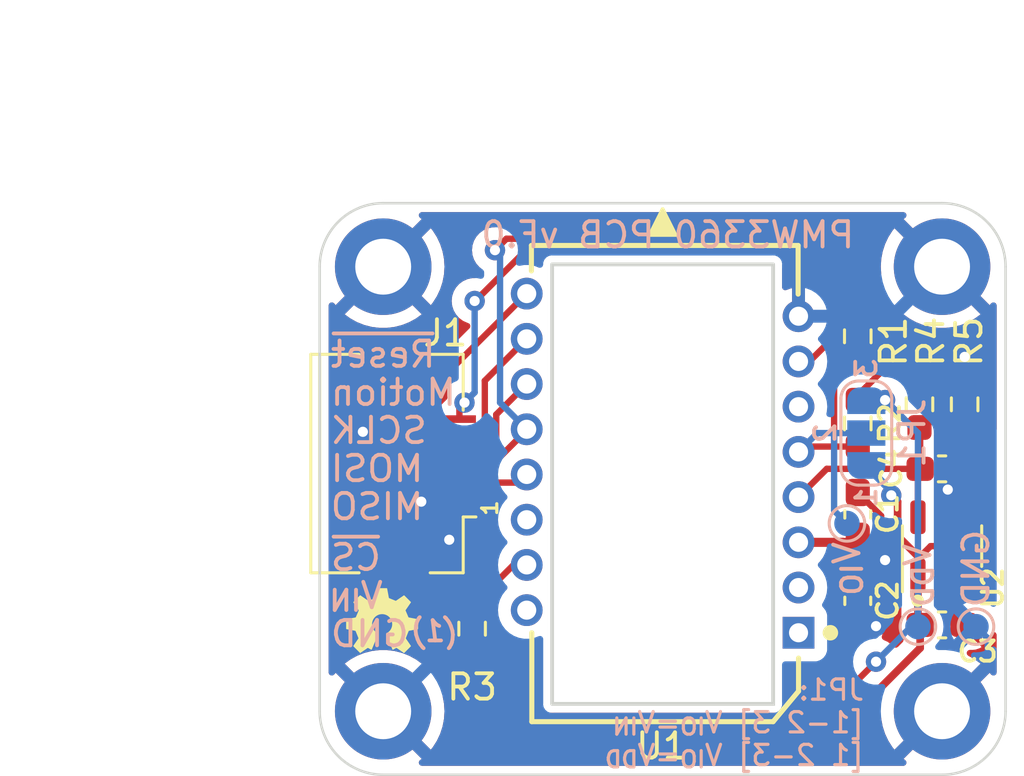
<source format=kicad_pcb>
(kicad_pcb (version 20221018) (generator pcbnew)
  (title_block (title "PMW3360 PCB") (date "2023-06-29") (rev "F.0") (company "SideraKB") (comment 1 "Open Source Hardware, CERN-OHL-P v2") (comment 2 "PMW3360DM-T2QU optical mouse sensor breakout board") (comment 3 "FFC/FPC Connector"))
  (layers (0 "F.Cu" signal) (31 "B.Cu" signal) (34 "B.Paste" user) (35 "F.Paste" user) (36 "B.SilkS" user "B.Silkscreen") (37 "F.SilkS" user "F.Silkscreen") (38 "B.Mask" user) (39 "F.Mask" user) (44 "Edge.Cuts" user))
  (net 0 "")
  (net 1 "Net-(U1-VDDPIX)")
  (net 2 "GND")
  (net 3 "/MISO")
  (net 4 "/CS")
  (net 5 "/MOSI")
  (net 6 "/SCLK")
  (net 7 "/MOTION")
  (net 8 "/RESET")
  (net 9 "VDD")
  (net 10 "V_{IN}")
  (net 11 "V_{IO}")
  (net 12 "Net-(U1-LED_P)")
  (net 13 "Net-(U2-FB)")
  (footprint "Resistor_SMD:R_0603_1608Metric_Pad0.98x0.95mm_HandSolder" (layer "F.Cu") (at 156.321 89.4923 90)
    (fp_text reference "R2" (at 0.005421 1.259207 90) (layer "F.SilkS") (effects (font (size 0.8 0.8))))
    (fp_text value "10k")
    (pad "1" smd roundrect (at -0.9125 0 90) (size 0.975 0.95) (layers "F.Cu" "F.Paste" "F.Mask") (net 11 "V_{IO}"))
    (pad "2" smd roundrect (at 0.9125 0 90) (size 0.975 0.95) (layers "F.Cu" "F.Paste" "F.Mask") (net 3 "/MISO"))
  )
  (footprint "Resistor_SMD:R_0603_1608Metric_Pad0.98x0.95mm_HandSolder" (layer "F.Cu") (at 158.75 88.7413 90)
    (fp_text reference "R4" (at 2.4675 0.447 90) (layer "F.SilkS"))
    (fp_text value "28k")
    (pad "1" smd roundrect (at -0.9125 0 90) (size 0.975 0.95) (layers "F.Cu" "F.Paste" "F.Mask") (net 9 "VDD"))
    (pad "2" smd roundrect (at 0.9125 0 90) (size 0.975 0.95) (layers "F.Cu" "F.Paste" "F.Mask") (net 13 "Net-(U2-FB)"))
  )
  (footprint "PMW3360_PCB:PMW3360DM-T2QU 16Pin" (layer "F.Cu") (at 148.639 91.5658 90)
    (fp_text reference "U1" (at -10.63 -0.038) (layer "F.SilkS"))
    (fp_text value "PMW3360DM-T2QU")
    (fp_rect (start -8.968 4.35) (end 8.332 -4.35) (stroke (width 0.15)) (fill none) (layer "Edge.Cuts"))
    (pad "1" thru_hole rect locked (at -6.168 5.35 90) (size 1.25 1.25) (drill 0.75) (layers "*.Cu" "*.Mask"))
    (pad "2" thru_hole oval locked (at -4.388 5.35 90) (size 1.25 1.25) (drill 0.75) (layers "*.Cu" "*.Mask"))
    (pad "3" thru_hole oval locked (at -2.608 5.35 90) (size 1.25 1.25) (drill 0.75) (layers "*.Cu" "*.Mask") (net 1 "Net-(U1-VDDPIX)"))
    (pad "4" thru_hole oval locked (at -0.828 5.35 90) (size 1.25 1.25) (drill 0.75) (layers "*.Cu" "*.Mask") (net 9 "VDD"))
    (pad "5" thru_hole oval locked (at 0.952 5.35 90) (size 1.25 1.25) (drill 0.75) (layers "*.Cu" "*.Mask") (net 11 "V_{IO}"))
    (pad "6" thru_hole oval locked (at 2.732 5.35 90) (size 1.25 1.25) (drill 0.75) (layers "*.Cu" "*.Mask"))
    (pad "7" thru_hole oval locked (at 4.512 5.35 90) (size 1.25 1.25) (drill 0.75) (layers "*.Cu" "*.Mask") (net 8 "/RESET"))
    (pad "8" thru_hole oval locked (at 6.292 5.35 90) (size 1.25 1.25) (drill 0.75) (layers "*.Cu" "*.Mask") (net 2 "GND"))
    (pad "9" thru_hole oval locked (at 7.182 -5.35 90) (size 1.25 1.25) (drill 0.75) (layers "*.Cu" "*.Mask") (net 7 "/MOTION"))
    (pad "10" thru_hole oval locked (at 5.402 -5.35 90) (size 1.25 1.25) (drill 0.75) (layers "*.Cu" "*.Mask") (net 6 "/SCLK"))
    (pad "11" thru_hole oval locked (at 3.622 -5.35 90) (size 1.25 1.25) (drill 0.75) (layers "*.Cu" "*.Mask") (net 5 "/MOSI"))
    (pad "12" thru_hole oval locked (at 1.842 -5.35 90) (size 1.25 1.25) (drill 0.75) (layers "*.Cu" "*.Mask") (net 3 "/MISO"))
    (pad "13" thru_hole oval locked (at 0.062 -5.35 90) (size 1.25 1.25) (drill 0.75) (layers "*.Cu" "*.Mask") (net 4 "/CS"))
    (pad "14" thru_hole oval locked (at -1.718 -5.35 90) (size 1.25 1.25) (drill 0.75) (layers "*.Cu" "*.Mask"))
    (pad "15" thru_hole oval locked (at -3.498 -5.35 90) (size 1.25 1.25) (drill 0.75) (layers "*.Cu" "*.Mask") (net 12 "Net-(U1-LED_P)"))
    (pad "16" thru_hole oval locked (at -5.278 -5.35 90) (size 1.25 1.25) (drill 0.75) (layers "*.Cu" "*.Mask"))
    (zone (net 0) (net_name "") (layers "*.Cu" "F.CrtYd") (connect_pads (clearance 0)) (min_thickness 0.254)
      (keepout (tracks not_allowed) (vias not_allowed) (pads not_allowed) (copperpour not_allowed) (footprints not_allowed))
      (fill (thermal_gap 0.508) (thermal_bridge_width 0.508))
      (polygon (pts (xy 153.0078 83.2346) (xy 152.957 100.5574) (xy 144.2702 100.5574) (xy 144.2702 83.2346)))
    )
  )
  (footprint "MountingHole:MountingHole_2.2mm_M2_ISO14580_Pad" (layer "F.Cu") (at 137.639 100.8238)
    (fp_text reference "H1" hide)
    (fp_text value "MountingHole_Pad" hide)
    (pad "1" thru_hole circle locked (at 0 0) (size 3.8 3.8) (drill 2.2) (layers "*.Cu" "*.Mask") (net 2 "GND"))
  )
  (footprint "Resistor_SMD:R_0603_1608Metric_Pad0.98x0.95mm_HandSolder" (layer "F.Cu") (at 156.321 86.0633 90)
    (fp_text reference "R1" (at -0.2105 1.4028 90) (layer "F.SilkS"))
    (fp_text value "10k")
    (pad "1" smd roundrect (at -0.9125 0 90) (size 0.975 0.95) (layers "F.Cu" "F.Paste" "F.Mask") (net 11 "V_{IO}"))
    (pad "2" smd roundrect (at 0.9125 0 90) (size 0.975 0.95) (layers "F.Cu" "F.Paste" "F.Mask") (net 8 "/RESET"))
  )
  (footprint "PMW3360_PCB:FPC_8P_0.5mm_AFC01-S08FCA-00" (layer "F.Cu") (at 137.639 91.0738 90)
    (fp_text reference "J1" (at 5.138 2.449 unlocked) (layer "F.SilkS"))
    (fp_text value "Interface")
    (pad "1" smd rect (at -1.75 3 90) (size 0.3 1.3) (layers "F.Cu" "F.Paste" "F.Mask") (net 2 "GND"))
    (pad "2" smd rect (at -1.25 3 90) (size 0.3 1.3) (layers "F.Cu" "F.Paste" "F.Mask") (net 10 "V_{IN}"))
    (pad "3" smd rect (at -0.75 3 90) (size 0.3 1.3) (layers "F.Cu" "F.Paste" "F.Mask") (net 4 "/CS"))
    (pad "4" smd rect (at -0.25 3 90) (size 0.3 1.3) (layers "F.Cu" "F.Paste" "F.Mask") (net 3 "/MISO"))
    (pad "5" smd rect (at 0.25 3 90) (size 0.3 1.3) (layers "F.Cu" "F.Paste" "F.Mask") (net 5 "/MOSI"))
    (pad "6" smd rect (at 0.75 3 90) (size 0.3 1.3) (layers "F.Cu" "F.Paste" "F.Mask") (net 6 "/SCLK"))
    (pad "7" smd rect (at 1.25 3 90) (size 0.3 1.3) (layers "F.Cu" "F.Paste" "F.Mask") (net 7 "/MOTION"))
    (pad "8" smd rect (at 1.75 3 90) (size 0.3 1.3) (layers "F.Cu" "F.Paste" "F.Mask") (net 8 "/RESET"))
    (pad "EP" smd rect (at -3.42 0.425 90) (size 2.04 2.5) (layers "F.Cu" "F.Paste" "F.Mask"))
    (pad "EP" smd rect (at 3.42 0.425 90) (size 2.04 2.5) (layers "F.Cu" "F.Paste" "F.Mask"))
  )
  (footprint "MountingHole:MountingHole_2.2mm_M2_ISO14580_Pad" (layer "F.Cu") (at 159.639 100.8238)
    (fp_text reference "H2" hide)
    (fp_text value "MountingHole_Pad" hide)
    (pad "1" thru_hole circle locked (at 0 0) (size 3.8 3.8) (drill 2.2) (layers "*.Cu" "*.Mask") (net 2 "GND"))
  )
  (footprint "Resistor_SMD:R_0603_1608Metric_Pad0.98x0.95mm_HandSolder" (layer "F.Cu") (at 141.139 97.5738 90)
    (fp_text reference "R3" (at -2.3 0) (layer "F.SilkS"))
    (fp_text value "39R")
    (pad "1" smd roundrect (at -0.9125 0 90) (size 0.975 0.95) (layers "F.Cu" "F.Paste" "F.Mask") (net 9 "VDD"))
    (pad "2" smd roundrect (at 0.9125 0 90) (size 0.975 0.95) (layers "F.Cu" "F.Paste" "F.Mask") (net 12 "Net-(U1-LED_P)"))
  )
  (footprint "Capacitor_SMD:C_0603_1608Metric_Pad1.08x0.95mm_HandSolder" (layer "F.Cu") (at 159.639 91.2813)
    (fp_text reference "C4" (at -2 -0.0075 90) (layer "F.SilkS") (effects (font (size 0.8 0.8))))
    (fp_text value "4.7uF")
    (pad "1" smd roundrect (at -0.8625 0) (size 1.075 0.95) (layers "F.Cu" "F.Paste" "F.Mask") (net 9 "VDD"))
    (pad "2" smd roundrect (at 0.8625 0) (size 1.075 0.95) (layers "F.Cu" "F.Paste" "F.Mask") (net 2 "GND"))
  )
  (footprint "MountingHole:MountingHole_2.2mm_M2_ISO14580_Pad" (layer "F.Cu") (at 137.639 83.3238)
    (fp_text reference "H4" hide)
    (fp_text value "MountingHole_Pad" hide)
    (pad "1" thru_hole circle locked (at 0 0) (size 3.8 3.8) (drill 2.2) (layers "*.Cu" "*.Mask") (net 2 "GND"))
  )
  (footprint "MountingHole:MountingHole_2.2mm_M2_ISO14580_Pad" (layer "F.Cu") (at 159.639 83.3238)
    (fp_text reference "H3" hide)
    (fp_text value "MountingHole_Pad" hide)
    (pad "1" thru_hole circle locked (at 0 0) (size 3.8 3.8) (drill 2.2) (layers "*.Cu" "*.Mask") (net 2 "GND"))
  )
  (footprint "Capacitor_SMD:C_0603_1608Metric_Pad1.08x0.95mm_HandSolder" (layer "F.Cu") (at 159.639 97.4243)
    (fp_text reference "C3" (at 1.4 1.0495) (layer "F.SilkS") (effects (font (size 0.8 0.8))))
    (fp_text value "1uF")
    (pad "1" smd roundrect (at -0.8625 0) (size 1.075 0.95) (layers "F.Cu" "F.Paste" "F.Mask") (net 10 "V_{IN}") (clearance 0.135))
    (pad "2" smd roundrect (at 0.8625 0) (size 1.075 0.95) (layers "F.Cu" "F.Paste" "F.Mask") (net 2 "GND") (clearance 0.135))
  )
  (footprint "Capacitor_SMD:C_0603_1608Metric_Pad1.08x0.95mm_HandSolder" (layer "F.Cu") (at 156.321 96.4773 -90)
    (fp_text reference "C2" (at -0.009673 -1.176247 90) (layer "F.SilkS") (effects (font (size 0.8 0.8))))
    (fp_text value "100nF")
    (pad "1" smd roundrect (at -0.8625 0 270) (size 1.075 0.95) (layers "F.Cu" "F.Paste" "F.Mask") (net 1 "Net-(U1-VDDPIX)"))
    (pad "2" smd roundrect (at 0.8625 0 270) (size 1.075 0.95) (layers "F.Cu" "F.Paste" "F.Mask") (net 2 "GND"))
  )
  (footprint "Package_TO_SOT_SMD:SOT-23-5" (layer "F.Cu") (at 159.639 94.3238 90)
    (fp_text reference "U2" (at -1.6455 1.9964 270) (layer "F.SilkS") (effects (font (size 0.8 0.8))))
    (fp_text value "TPS73601DBV")
    (pad "1" smd roundrect (at -1.1375 -0.95 90) (size 1.325 0.6) (layers "F.Cu" "F.Paste" "F.Mask") (net 10 "V_{IN}"))
    (pad "2" smd roundrect (at -1.1375 0 90) (size 1.325 0.6) (layers "F.Cu" "F.Paste" "F.Mask") (net 2 "GND"))
    (pad "3" smd roundrect (at -1.1375 0.95 90) (size 1.325 0.6) (layers "F.Cu" "F.Paste" "F.Mask") (net 10 "V_{IN}"))
    (pad "4" smd roundrect (at 1.1375 0.95 90) (size 1.325 0.6) (layers "F.Cu" "F.Paste" "F.Mask") (net 13 "Net-(U2-FB)"))
    (pad "5" smd roundrect (at 1.1375 -0.95 90) (size 1.325 0.6) (layers "F.Cu" "F.Paste" "F.Mask") (net 9 "VDD"))
  )
  (footprint "Resistor_SMD:R_0603_1608Metric_Pad0.98x0.95mm_HandSolder" (layer "F.Cu") (at 160.528 88.7413 90)
    (fp_text reference "R5" (at 2.4675 0.168866 90) (layer "F.SilkS"))
    (fp_text value "56.2k")
    (pad "1" smd roundrect (at -0.9125 0 90) (size 0.975 0.95) (layers "F.Cu" "F.Paste" "F.Mask") (net 13 "Net-(U2-FB)"))
    (pad "2" smd roundrect (at 0.9125 0 90) (size 0.975 0.95) (layers "F.Cu" "F.Paste" "F.Mask") (net 2 "GND"))
  )
  (footprint "Capacitor_SMD:C_0603_1608Metric_Pad1.08x0.95mm_HandSolder" (layer "F.Cu") (at 156.321 93.0748 90)
    (fp_text reference "C1" (at 0.017889 1.17343 90) (layer "F.SilkS") (effects (font (size 0.8 0.8))))
    (fp_text value "4.7uF/10V")
    (pad "1" smd roundrect (at -0.8625 0 90) (size 1.075 0.95) (layers "F.Cu" "F.Paste" "F.Mask") (net 1 "Net-(U1-VDDPIX)"))
    (pad "2" smd roundrect (at 0.8625 0 90) (size 1.075 0.95) (layers "F.Cu" "F.Paste" "F.Mask") (net 2 "GND"))
  )
  (footprint "TestPoint:TestPoint_Pad_D1.0mm" (layer "B.Cu") (at 158.689 97.4933 180)
    (fp_text reference "TP2" hide)
    (fp_text value "V_{DD}")
    (fp_text user "V_{DD}" (at 0 2.0195 90 unlocked) (layer "B.SilkS") (effects (justify mirror)))
    (pad "1" smd circle (at 0 0 180) (size 1 1) (layers "B.Cu" "B.Mask") (net 9 "VDD"))
  )
  (footprint "TestPoint:TestPoint_Pad_D1.0mm" (layer "B.Cu") (at 155.895 93.4293 180)
    (fp_text reference "TP1" hide)
    (fp_text value "V_{IO}")
    (fp_text user "V_{IO}" (at 0 -1.778 90 unlocked) (layer "B.SilkS") (effects (justify mirror)))
    (pad "1" smd circle (at 0 0 180) (size 1 1) (layers "B.Cu" "B.Mask") (net 11 "V_{IO}"))
  )
  (footprint "TestPoint:TestPoint_Pad_D1.0mm" (layer "B.Cu") (at 160.975 97.4933 180)
    (fp_text reference "TP3" hide)
    (fp_text value "GND")
    (fp_text user "GND" (at 0 2.286 90 unlocked) (layer "B.SilkS") (effects (justify mirror)))
    (pad "1" smd circle (at 0 0 180) (size 1 1) (layers "B.Cu" "B.Mask") (net 2 "GND"))
  )
  (footprint "Jumper:SolderJumper-3_P1.3mm_Open_RoundedPad1.0x1.5mm_NumberLabels" (layer "B.Cu") (at 156.657 89.8733 90)
    (fp_text reference "JP1" (at 0 1.8 90) (layer "B.SilkS") (effects (justify mirror)))
    (fp_text value "SolderJumper_3_Open")
    (fp_text user "3" (at 2.54 0 90) (layer "B.SilkS") (effects (font (size 0.8 0.8)) (justify mirror)))
    (fp_text user "1" (at -2.54 0 90) (layer "B.SilkS") (effects (font (size 0.8 0.8)) (justify mirror)))
    (pad "1" smd custom (at -1.3 0 90) (size 1 0.5) (layers "B.Cu" "B.Mask") (net 10 "V_{IN}") (options (clearance outline) (anchor rect)) (primitives (gr_circle (center 0 -0.25) (end 0.5 -0.25) (width 0) (fill yes)) (gr_circle (center 0 0.25) (end 0.5 0.25) (width 0) (fill yes)) (gr_poly (pts (xy 0.55 -0.75) (xy 0 -0.75) (xy 0 0.75) (xy 0.55 0.75)) (width 0) (fill yes))))
    (pad "2" smd rect (at 0 0 90) (size 1 1.5) (layers "B.Cu" "B.Mask") (net 11 "V_{IO}"))
    (pad "3" smd custom (at 1.3 0 90) (size 1 0.5) (layers "B.Cu" "B.Mask") (net 9 "VDD") (options (clearance outline) (anchor rect)) (primitives (gr_circle (center 0 -0.25) (end 0.5 -0.25) (width 0) (fill yes)) (gr_circle (center 0 0.25) (end 0.5 0.25) (width 0) (fill yes)) (gr_poly (pts (xy 0 -0.75) (xy -0.55 -0.75) (xy -0.55 0.75) (xy 0 0.75)) (width 0) (fill yes))))
  )
  (gr_circle (center 158.681092 96.4738) (end 158.851092 96.4738) (stroke (width 0.15)) (fill solid) (layer "F.SilkS"))
  (gr_poly (pts (xy 137.776929 95.978222) (xy 137.777735 95.978282) (xy 137.778536 95.978381) (xy 137.779333 95.978517) (xy 137.780123 95.97869) (xy 137.780906 95.978899) (xy 137.78168 95.979142) (xy 137.782444 95.979419) (xy 137.783197 95.979729) (xy 137.783937 95.980071) (xy 137.784664 95.980444) (xy 137.785376 95.980846) (xy 137.786072 95.981278) (xy 137.786751 95.981737) (xy 137.787412 95.982223) (xy 137.788053 95.982734) (xy 137.788673 95.983271) (xy 137.789272 95.983831) (xy 137.789847 95.984415) (xy 137.790399 95.98502) (xy 137.790924 95.985646) (xy 137.791423 95.986293) (xy 137.791895 95.986958) (xy 137.792337 95.987641) (xy 137.792748 95.988341) (xy 137.793129 95.989057) (xy 137.793476 95.989788) (xy 137.79379 95.990533) (xy 137.794069 95.99129) (xy 137.794312 95.99206) (xy 137.794517 95.992841) (xy 137.794683 95.993632) (xy 137.861676 96.353529) (xy 137.861845 96.354327) (xy 137.862051 96.355127) (xy 137.862566 96.35673) (xy 137.863212 96.358328) (xy 137.863981 96.359911) (xy 137.864863 96.361467) (xy 137.865849 96.362988) (xy 137.86693 96.364461) (xy 137.868097 96.365877) (xy 137.869342 96.367226) (xy 137.870655 96.368496) (xy 137.872027 96.369678) (xy 137.873448 96.370761) (xy 137.874911 96.371734) (xy 137.876406 96.372587) (xy 137.877163 96.372965) (xy 137.877924 96.37331) (xy 137.878689 96.373619) (xy 137.879456 96.373892) (xy 138.120671 96.472634) (xy 138.12217 96.473294) (xy 138.123759 96.473845) (xy 138.125425 96.474288) (xy 138.127154 96.474625) (xy 138.128931 96.474856) (xy 138.130744 96.474982) (xy 138.132577 96.475004) (xy 138.134416 96.474923) (xy 138.136249 96.47474) (xy 138.13806 96.474456) (xy 138.139837 96.474072) (xy 138.141564 96.47359) (xy 138.143228 96.473009) (xy 138.144815 96.472331) (xy 138.14631 96.471556) (xy 138.147701 96.470687) (xy 138.448373 96.264354) (xy 138.449051 96.263913) (xy 138.449748 96.263506) (xy 138.450464 96.263133) (xy 138.451197 96.262795) (xy 138.451945 96.26249) (xy 138.452707 96.262219) (xy 138.453482 96.261982) (xy 138.454267 96.261778) (xy 138.455062 96.261608) (xy 138.455865 96.261471) (xy 138.457487 96.261296) (xy 138.459123 96.261252) (xy 138.460759 96.261338) (xy 138.462383 96.261553) (xy 138.463983 96.261896) (xy 138.465548 96.262366) (xy 138.466312 96.262648) (xy 138.467063 96.262961) (xy 138.467799 96.263306) (xy 138.468519 96.263681) (xy 138.46922 96.264087) (xy 138.469901 96.264524) (xy 138.470561 96.264992) (xy 138.471198 96.26549) (xy 138.471811 96.266018) (xy 138.472398 96.266577) (xy 138.725615 96.519793) (xy 138.726173 96.52038) (xy 138.726701 96.520993) (xy 138.727198 96.521631) (xy 138.727665 96.522291) (xy 138.728101 96.522973) (xy 138.728507 96.523675) (xy 138.729224 96.525131) (xy 138.729817 96.526649) (xy 138.730284 96.528215) (xy 138.730625 96.529817) (xy 138.730838 96.531443) (xy 138.730922 96.533081) (xy 138.730877 96.534718) (xy 138.730702 96.536343) (xy 138.730395 96.537942) (xy 138.729956 96.539503) (xy 138.729687 96.540266) (xy 138.729384 96.541015) (xy 138.729048 96.541748) (xy 138.728678 96.542464) (xy 138.728274 96.543161) (xy 138.727837 96.543839) (xy 138.525103 96.839325) (xy 138.524231 96.840722) (xy 138.523457 96.84222) (xy 138.522782 96.843806) (xy 138.522207 96.845467) (xy 138.521732 96.847188) (xy 138.52136 96.848956) (xy 138.521089 96.850757) (xy 138.520922 96.852578) (xy 138.520859 96.854406) (xy 138.520901 96.856226) (xy 138.521049 96.858025) (xy 138.521304 96.859789) (xy 138.521667 96.861505) (xy 138.522138 96.86316) (xy 138.522718 96.864739) (xy 138.523409 96.866228) (xy 138.630068 97.115064) (xy 138.630677 97.116592) (xy 138.631426 97.118106) (xy 138.632304 97.119596) (xy 138.633301 97.121055) (xy 138.634406 97.122473) (xy 138.635608 97.123841) (xy 138.636897 97.12515) (xy 138.638263 97.12639) (xy 138.639694 97.127554) (xy 138.64118 97.128631) (xy 138.642711 97.129613) (xy 138.644276 97.130491) (xy 138.645864 97.131256) (xy 138.647465 97.131898) (xy 138.649068 97.132409) (xy 138.650664 97.13278) (xy 138.998622 97.197487) (xy 138.999411 97.197657) (xy 139.00019 97.197866) (xy 139.000959 97.198111) (xy 139.001715 97.198393) (xy 139.002459 97.198709) (xy 139.003188 97.199059) (xy 139.003903 97.199441) (xy 139.004601 97.199855) (xy 139.005947 97.200771) (xy 139.007217 97.201798) (xy 139.008404 97.202926) (xy 139.009499 97.204146) (xy 139.010495 97.205449) (xy 139.011383 97.206825) (xy 139.012156 97.208265) (xy 139.012497 97.209006) (xy 139.012805 97.209759) (xy 139.013081 97.210523) (xy 139.013324 97.211298) (xy 139.013531 97.212082) (xy 139.013702 97.212873) (xy 139.013837 97.213671) (xy 139.013934 97.214474) (xy 139.013992 97.215281) (xy 139.01401 97.216092) (xy 139.013968 97.574211) (xy 139.013948 97.57502) (xy 139.013888 97.575826) (xy 139.013789 97.576628) (xy 139.013652 97.577425) (xy 139.013479 97.578217) (xy 139.013269 97.579) (xy 139.013025 97.579775) (xy 139.012748 97.580541) (xy 139.012437 97.581295) (xy 139.012094 97.582037) (xy 139.011721 97.582765) (xy 139.011318 97.583479) (xy 139.010886 97.584176) (xy 139.010427 97.584857) (xy 139.00994 97.585519) (xy 139.009428 97.586162) (xy 139.008891 97.586784) (xy 139.00833 97.587384) (xy 139.007746 97.587961) (xy 139.007141 97.588513) (xy 139.006514 97.58904) (xy 139.005868 97.58954) (xy 139.005203 97.590011) (xy 139.00452 97.590454) (xy 139.003821 97.590866) (xy 139.003106 97.591246) (xy 139.002375 97.591594) (xy 139.001631 97.591907) (xy 139.000875 97.592185) (xy 139.000106 97.592427) (xy 138.999327 97.59263) (xy 138.998538 97.592795) (xy 138.65913 97.655956) (xy 138.658331 97.65612) (xy 138.65753 97.656321) (xy 138.656729 97.656558) (xy 138.655929 97.656829) (xy 138.654336 97.657471) (xy 138.652761 97.658239) (xy 138.651215 97.659121) (xy 138.649708 97.66011) (xy 138.64825 97.661196) (xy 138.64685 97.66237) (xy 138.645521 97.663622) (xy 138.64427 97.664943) (xy 138.643109 97.666324) (xy 138.642047 97.667756) (xy 138.641096 97.669228) (xy 138.640264 97.670733) (xy 138.639562 97.67226) (xy 138.639263 97.673029) (xy 138.639 97.6738) (xy 138.53304 97.938489) (xy 138.532385 97.939995) (xy 138.531838 97.941589) (xy 138.5314 97.943259) (xy 138.531068 97.944989) (xy 138.530842 97.946768) (xy 138.530721 97.94858) (xy 138.530703 97.950412) (xy 138.530788 97.95225) (xy 138.530975 97.95408) (xy 138.531262 97.955889) (xy 138.531648 97.957663) (xy 138.532132 97.959388) (xy 138.532714 97.961049) (xy 138.533391 97.962634) (xy 138.534163 97.964129) (xy 138.53503 97.965519) (xy 138.727837 98.246464) (xy 138.728278 98.247142) (xy 138.728685 98.247839) (xy 138.729057 98.248556) (xy 138.729396 98.249289) (xy 138.729701 98.250039) (xy 138.729971 98.250802) (xy 138.730209 98.251578) (xy 138.730412 98.252365) (xy 138.730583 98.253161) (xy 138.73072 98.253965) (xy 138.730895 98.255591) (xy 138.730939 98.257231) (xy 138.730853 98.25887) (xy 138.730638 98.260499) (xy 138.730295 98.262103) (xy 138.729825 98.263671) (xy 138.729543 98.264437) (xy 138.72923 98.26519) (xy 138.728885 98.265927) (xy 138.72851 98.266648) (xy 138.728104 98.26735) (xy 138.727667 98.268032) (xy 138.727199 98.268693) (xy 138.726701 98.26933) (xy 138.726173 98.269944) (xy 138.725614 98.270531) (xy 138.472355 98.523747) (xy 138.471772 98.524302) (xy 138.471162 98.524827) (xy 138.470528 98.525321) (xy 138.46987 98.525786) (xy 138.469191 98.52622) (xy 138.468492 98.526624) (xy 138.467039 98.527339) (xy 138.465524 98.527931) (xy 138.463959 98.528398) (xy 138.462358 98.52874) (xy 138.460732 98.528954) (xy 138.459094 98.529041) (xy 138.457456 98.528999) (xy 138.455831 98.528826) (xy 138.454231 98.528522) (xy 138.452668 98.528085) (xy 138.451905 98.527817) (xy 138.451156 98.527515) (xy 138.450422 98.52718) (xy 138.449706 98.526811) (xy 138.449008 98.526407) (xy 138.448331 98.52597) (xy 138.172339 98.336549) (xy 138.170951 98.335686) (xy 138.169466 98.334929) (xy 138.167895 98.334278) (xy 138.166252 98.333734) (xy 138.164551 98.333298) (xy 138.162806 98.332969) (xy 138.16103 98.332747) (xy 138.159237 98.332634) (xy 138.157439 98.332628) (xy 138.155651 98.332731) (xy 138.153886 98.332943) (xy 138.152158 98.333263) (xy 138.150479 98.333693) (xy 138.148865 98.334232) (xy 138.147327 98.334881) (xy 138.14588 98.335639) (xy 138.024172 98.400621) (xy 138.023444 98.400967) (xy 138.022711 98.401271) (xy 138.021972 98.401534) (xy 138.02123 98.401756) (xy 138.020486 98.401938) (xy 138.01974 98.402079) (xy 138.018995 98.402181) (xy 138.018252 98.402244) (xy 138.017511 98.402269) (xy 138.016775 98.402255) (xy 138.016043 98.402204) (xy 138.015319 98.402115) (xy 138.014602 98.40199) (xy 138.013894 98.401829) (xy 138.013197 98.401631) (xy 138.012512 98.401399) (xy 138.01184 98.401132) (xy 138.011181 98.40083) (xy 138.010539 98.400494) (xy 138.009913 98.400125) (xy 138.009305 98.399723) (xy 138.008716 98.399288) (xy 138.008148 98.398821) (xy 138.007602 98.398323) (xy 138.007078 98.397794) (xy 138.00658 98.397234) (xy 138.006107 98.396643) (xy 138.00566 98.396023) (xy 138.005242 98.395374) (xy 138.004854 98.394696) (xy 138.004496 98.393989) (xy 138.00417 98.393255) (xy 137.753239 97.786872) (xy 137.752949 97.786118) (xy 137.752697 97.785352) (xy 137.752483 97.784576) (xy 137.752307 97.783792) (xy 137.752168 97.783001) (xy 137.752065 97.782203) (xy 137.751998 97.781402) (xy 137.751967 97.780598) (xy 137.751971 97.779792) (xy 137.752009 97.778987) (xy 137.752081 97.778183) (xy 137.752187 97.777382) (xy 137.752326 97.776585) (xy 137.752498 97.775794) (xy 137.752702 97.775011) (xy 137.752937 97.774236) (xy 137.753204 97.773471) (xy 137.753501 97.772718) (xy 137.753828 97.771978) (xy 137.754185 97.771253) (xy 137.754571 97.770543) (xy 137.754986 97.769851) (xy 137.755429 97.769178) (xy 137.7559 97.768525) (xy 137.756398 97.767893) (xy 137.756922 97.767285) (xy 137.757473 97.766702) (xy 137.75805 97.766144) (xy 137.758652 97.765614) (xy 137.759279 97.765113) (xy 137.75993 97.764642) (xy 137.760605 97.764203) (xy 137.791064 97.745555) (xy 137.793256 97.744159) (xy 137.795597 97.742565) (xy 137.798041 97.740809) (xy 137.800546 97.738925) (xy 137.803067 97.736947) (xy 137.805559 97.734911) (xy 137.807979 97.732851) (xy 137.810283 97.730802) (xy 137.830446 97.717001) (xy 137.849689 97.702016) (xy 137.867959 97.6859) (xy 137.885204 97.668704) (xy 137.901372 97.650482) (xy 137.916409 97.631285) (xy 137.930263 97.611166) (xy 137.942882 97.590176) (xy 137.954213 97.568368) (xy 137.964203 97.545795) (xy 137.972801 97.522507) (xy 137.979953 97.498559) (xy 137.985607 97.474001) (xy 137.989711 97.448886) (xy 137.992212 97.423266) (xy 137.993057 97.397194) (xy 137.992542 97.376813) (xy 137.991012 97.3567) (xy 137.988494 97.336879) (xy 137.985011 97.317375) (xy 137.980589 97.298214) (xy 137.975252 97.27942) (xy 137.969026 97.261017) (xy 137.961935 97.243032) (xy 137.954004 97.225488) (xy 137.945258 97.208412) (xy 137.935722 97.191826) (xy 137.92542 97.175757) (xy 137.914379 97.16023) (xy 137.902622 97.145268) (xy 137.890174 97.130898) (xy 137.877061 97.117143) (xy 137.863307 97.10403) (xy 137.848937 97.091582) (xy 137.833977 97.079824) (xy 137.81845 97.068783) (xy 137.802382 97.058481) (xy 137.785797 97.048945) (xy 137.768721 97.040199) (xy 137.751179 97.032268) (xy 137.733195 97.025176) (xy 137.714794 97.01895) (xy 137.696001 97.013613) (xy 137.676841 97.009191) (xy 137.657339 97.005708) (xy 137.63752 97.003189) (xy 137.617408 97.00166) (xy 137.597029 97.001145) (xy 137.57665 97.00166) (xy 137.556538 97.003189) (xy 137.536718 97.005708) (xy 137.517216 97.009191) (xy 137.498056 97.013613) (xy 137.479262 97.01895) (xy 137.460861 97.025176) (xy 137.442876 97.032268) (xy 137.425332 97.040199) (xy 137.408256 97.048945) (xy 137.39167 97.058481) (xy 137.375601 97.068783) (xy 137.360073 97.079824) (xy 137.345112 97.091582) (xy 137.330741 97.10403) (xy 137.316986 97.117143) (xy 137.303872 97.130898) (xy 137.291423 97.145268) (xy 137.279665 97.16023) (xy 137.268623 97.175757) (xy 137.258321 97.191826) (xy 137.248784 97.208412) (xy 137.240037 97.225488) (xy 137.232105 97.243032) (xy 137.225013 97.261017) (xy 137.218786 97.27942) (xy 137.213449 97.298214) (xy 137.209026 97.317375) (xy 137.205543 97.336879) (xy 137.203024 97.3567) (xy 137.201495 97.376813) (xy 137.200979 97.397194) (xy 137.201192 97.410284) (xy 137.201825 97.423266) (xy 137.202872 97.436136) (xy 137.204326 97.448886) (xy 137.206182 97.46151) (xy 137.208431 97.474001) (xy 137.211068 97.486353) (xy 137.214086 97.498559) (xy 137.217479 97.510612) (xy 137.22124 97.522507) (xy 137.225362 97.534237) (xy 137.229839 97.545795) (xy 137.234664 97.557174) (xy 137.239831 97.568368) (xy 137.251163 97.590176) (xy 137.263783 97.611166) (xy 137.277637 97.631285) (xy 137.292674 97.650482) (xy 137.308841 97.668704) (xy 137.326085 97.6859) (xy 137.344353 97.702016) (xy 137.363594 97.717001) (xy 137.383754 97.730802) (xy 137.38607 97.732851) (xy 137.388499 97.734911) (xy 137.390996 97.736947) (xy 137.393519 97.738925) (xy 137.396026 97.740809) (xy 137.398473 97.742565) (xy 137.400817 97.744159) (xy 137.403015 97.745555) (xy 137.433474 97.764203) (xy 137.434153 97.764642) (xy 137.434807 97.765113) (xy 137.435437 97.765614) (xy 137.436042 97.766144) (xy 137.436621 97.766702) (xy 137.437174 97.767285) (xy 137.4382 97.768525) (xy 137.439116 97.769851) (xy 137.439918 97.771253) (xy 137.440603 97.772718) (xy 137.441166 97.774236) (xy 137.441603 97.775794) (xy 137.441912 97.777382) (xy 137.442088 97.778987) (xy 137.442127 97.780598) (xy 137.442026 97.782203) (xy 137.441921 97.783001) (xy 137.44178 97.783792) (xy 137.441602 97.784576) (xy 137.441386 97.785352) (xy 137.441132 97.786118) (xy 137.44084 97.786872) (xy 137.189888 98.393234) (xy 137.189562 98.393968) (xy 137.189204 98.394675) (xy 137.188815 98.395353) (xy 137.188397 98.396003) (xy 137.18795 98.396624) (xy 137.187476 98.397214) (xy 137.186977 98.397775) (xy 137.186453 98.398305) (xy 137.185906 98.398804) (xy 137.185338 98.399271) (xy 137.184748 98.399707) (xy 137.18414 98.40011) (xy 137.183513 98.400479) (xy 137.18287 98.400816) (xy 137.182211 98.401118) (xy 137.181538 98.401386) (xy 137.180852 98.401619) (xy 137.180155 98.401816) (xy 137.179447 98.401978) (xy 137.17873 98.402104) (xy 137.178005 98.402192) (xy 137.177274 98.402243) (xy 137.176538 98.402257) (xy 137.175797 98.402232) (xy 137.175054 98.402169) (xy 137.17431 98.402066) (xy 137.173565 98.401924) (xy 137.172822 98.401741) (xy 137.172081 98.401518) (xy 137.171344 98.401254) (xy 137.170612 98.400948) (xy 137.169886 98.4006) (xy 137.048177 98.335618) (xy 137.046734 98.33486) (xy 137.045199 98.334212) (xy 137.043586 98.333674) (xy 137.041909 98.333245) (xy 137.040181 98.332926) (xy 137.038416 98.332716) (xy 137.036628 98.332614) (xy 137.034829 98.332621) (xy 137.033035 98.332735) (xy 137.031257 98.332957) (xy 137.029511 98.333286) (xy 137.027809 98.333722) (xy 137.026165 98.334265) (xy 137.024593 98.334914) (xy 137.023107 98.335668) (xy 137.021719 98.336529) (xy 136.745748 98.525949) (xy 136.745069 98.526386) (xy 136.74437 98.52679) (xy 136.743652 98.527159) (xy 136.742917 98.527494) (xy 136.742167 98.527796) (xy 136.741403 98.528064) (xy 136.740626 98.528299) (xy 136.739839 98.528501) (xy 136.739042 98.528669) (xy 136.738238 98.528805) (xy 136.736613 98.528978) (xy 136.734975 98.52902) (xy 136.733336 98.528933) (xy 136.73171 98.528719) (xy 136.730109 98.528377) (xy 136.728544 98.52791) (xy 136.727779 98.52763) (xy 136.727029 98.527318) (xy 136.726293 98.526976) (xy 136.725574 98.526603) (xy 136.724874 98.526199) (xy 136.724194 98.525765) (xy 136.723535 98.5253) (xy 136.722899 98.524806) (xy 136.722288 98.524281) (xy 136.721703 98.523726) (xy 136.468444 98.27051) (xy 136.467887 98.269923) (xy 136.467361 98.269309) (xy 136.466864 98.268672) (xy 136.466398 98.268011) (xy 136.465963 98.267329) (xy 136.465558 98.266627) (xy 136.46484 98.265169) (xy 136.464246 98.26365) (xy 136.463778 98.262082) (xy 136.463436 98.260478) (xy 136.463221 98.258849) (xy 136.463134 98.25721) (xy 136.463178 98.25557) (xy 136.463352 98.253944) (xy 136.463657 98.252344) (xy 136.464096 98.250781) (xy 136.464366 98.250017) (xy 136.464669 98.249268) (xy 136.465006 98.248535) (xy 136.465377 98.247818) (xy 136.465782 98.247121) (xy 136.466221 98.246443) (xy 136.659007 97.965498) (xy 136.659881 97.964108) (xy 136.660659 97.962613) (xy 136.661341 97.961028) (xy 136.661926 97.959366) (xy 136.662413 97.957642) (xy 136.6628 97.955868) (xy 136.663088 97.954059) (xy 136.663275 97.952229) (xy 136.66336 97.950391) (xy 136.663342 97.948559) (xy 136.66322 97.946747) (xy 136.662993 97.944969) (xy 136.66266 97.943238) (xy 136.662221 97.941568) (xy 136.661674 97.939974) (xy 136.661018 97.938468) (xy 136.555058 97.673779) (xy 136.554797 97.673008) (xy 136.554499 97.672239) (xy 136.553798 97.670712) (xy 136.552966 97.669207) (xy 136.552013 97.667735) (xy 136.550949 97.666303) (xy 136.549785 97.664922) (xy 136.548531 97.663601) (xy 136.547197 97.662349) (xy 136.545794 97.661175) (xy 136.544332 97.660089) (xy 136.542822 97.6591) (xy 136.541273 97.658217) (xy 136.539697 97.65745) (xy 136.538104 97.656808) (xy 136.536504 97.6563) (xy 136.535704 97.656099) (xy 136.534907 97.655935) (xy 136.195499 97.592774) (xy 136.194708 97.592609) (xy 136.193927 97.592406) (xy 136.193157 97.592164) (xy 136.192399 97.591886) (xy 136.191655 97.591573) (xy 136.190924 97.591225) (xy 136.190208 97.590845) (xy 136.189508 97.590433) (xy 136.188825 97.58999) (xy 136.188159 97.589518) (xy 136.186887 97.588492) (xy 136.185698 97.587363) (xy 136.184601 97.586141) (xy 136.183604 97.584836) (xy 136.182713 97.583458) (xy 136.181938 97.582016) (xy 136.181286 97.58052) (xy 136.181009 97.579754) (xy 136.180766 97.578979) (xy 136.180557 97.578196) (xy 136.180384 97.577404) (xy 136.180248 97.576607) (xy 136.180149 97.575805) (xy 136.180089 97.574998) (xy 136.180069 97.57419) (xy 136.180048 97.216071) (xy 136.180068 97.215262) (xy 136.180128 97.214457) (xy 136.180226 97.213655) (xy 136.180362 97.212859) (xy 136.180534 97.212069) (xy 136.180743 97.211287) (xy 136.180986 97.210513) (xy 136.181262 97.20975) (xy 136.181572 97.208998) (xy 136.181913 97.208258) (xy 136.182285 97.207531) (xy 136.182687 97.20682) (xy 136.183117 97.206124) (xy 136.183576 97.205445) (xy 136.184061 97.204785) (xy 136.184572 97.204144) (xy 136.185108 97.203523) (xy 136.185668 97.202924) (xy 136.186252 97.202348) (xy 136.186857 97.201797) (xy 136.187483 97.20127) (xy 136.188129 97.20077) (xy 136.188794 97.200298) (xy 136.189478 97.199855) (xy 136.190178 97.199441) (xy 136.190895 97.199059) (xy 136.191626 97.198709) (xy 136.192372 97.198393) (xy 136.193131 97.198111) (xy 136.193903 97.197866) (xy 136.194685 97.197657) (xy 136.195478 97.197487) (xy 136.543416 97.13278) (xy 136.544216 97.132613) (xy 136.545018 97.132409) (xy 136.546628 97.131898) (xy 136.548233 97.131256) (xy 136.549825 97.130491) (xy 136.551392 97.129613) (xy 136.552924 97.128631) (xy 136.55441 97.127554) (xy 136.555841 97.12639) (xy 136.557205 97.12515) (xy 136.558492 97.123841) (xy 136.559691 97.122473) (xy 136.560793 97.121055) (xy 136.561786 97.119596) (xy 136.562661 97.118106) (xy 136.563406 97.116592) (xy 136.563727 97.115829) (xy 136.564011 97.115064) (xy 136.670691 96.866228) (xy 136.671378 96.864739) (xy 136.671955 96.86316) (xy 136.672424 96.861505) (xy 136.672784 96.859789) (xy 136.673038 96.858025) (xy 136.673185 96.856226) (xy 136.673227 96.854406) (xy 136.673165 96.852578) (xy 136.672999 96.850757) (xy 136.672731 96.848956) (xy 136.672361 96.847188) (xy 136.671891 96.845467) (xy 136.67132 96.843806) (xy 136.670651 96.84222) (xy 136.669884 96.840722) (xy 136.669019 96.839325) (xy 136.466263 96.543839) (xy 136.465822 96.543161) (xy 136.465416 96.542464) (xy 136.465043 96.541748) (xy 136.464705 96.541015) (xy 136.464401 96.540266) (xy 136.46413 96.539503) (xy 136.463894 96.538728) (xy 136.463691 96.537942) (xy 136.463521 96.537146) (xy 136.463384 96.536343) (xy 136.463211 96.534718) (xy 136.463168 96.533081) (xy 136.463255 96.531443) (xy 136.463471 96.529817) (xy 136.463815 96.528215) (xy 136.464284 96.526649) (xy 136.464566 96.525883) (xy 136.464879 96.525131) (xy 136.465223 96.524394) (xy 136.465598 96.523675) (xy 136.466004 96.522973) (xy 136.46644 96.522291) (xy 136.466906 96.521631) (xy 136.467403 96.520993) (xy 136.467929 96.52038) (xy 136.468486 96.519793) (xy 136.721724 96.266577) (xy 136.722309 96.266018) (xy 136.72292 96.26549) (xy 136.723556 96.264992) (xy 136.724215 96.264524) (xy 136.724895 96.264087) (xy 136.725596 96.263681) (xy 136.72705 96.262961) (xy 136.728566 96.262366) (xy 136.73013 96.261896) (xy 136.731732 96.261553) (xy 136.733358 96.261338) (xy 136.734996 96.261252) (xy 136.736634 96.261296) (xy 136.73826 96.261471) (xy 136.73986 96.261778) (xy 136.741424 96.262219) (xy 136.742188 96.26249) (xy 136.742938 96.262795) (xy 136.743673 96.263134) (xy 136.744391 96.263506) (xy 136.74509 96.263913) (xy 136.745769 96.264354) (xy 137.046421 96.470687) (xy 137.047808 96.471556) (xy 137.0493 96.472331) (xy 137.050884 96.473009) (xy 137.052546 96.47359) (xy 137.054272 96.474073) (xy 137.056047 96.474456) (xy 137.057857 96.47474) (xy 137.05969 96.474923) (xy 137.06153 96.475004) (xy 137.063363 96.474982) (xy 137.065177 96.474856) (xy 137.066956 96.474625) (xy 137.068687 96.474288) (xy 137.070356 96.473845) (xy 137.071948 96.473294) (xy 137.073451 96.472634) (xy 137.314687 96.373892) (xy 137.316222 96.37331) (xy 137.317743 96.372587) (xy 137.31924 96.371734) (xy 137.320704 96.370761) (xy 137.322126 96.369678) (xy 137.323498 96.368496) (xy 137.32481 96.367226) (xy 137.326053 96.365877) (xy 137.32722 96.364461) (xy 137.3283 96.362988) (xy 137.329285 96.361467) (xy 137.330165 96.359911) (xy 137.330933 96.358328) (xy 137.331578 96.35673) (xy 137.332092 96.355127) (xy 137.332467 96.353529) (xy 137.399438 95.993632) (xy 137.399605 95.992841) (xy 137.39981 95.99206) (xy 137.400053 95.99129) (xy 137.400331 95.990533) (xy 137.400645 95.989788) (xy 137.400993 95.989057) (xy 137.401373 95.988341) (xy 137.401785 95.987641) (xy 137.402227 95.986958) (xy 137.402698 95.986293) (xy 137.403722 95.98502) (xy 137.404848 95.983831) (xy 137.406066 95.982734) (xy 137.407367 95.981737) (xy 137.408741 95.980846) (xy 137.410178 95.980071) (xy 137.410917 95.979729) (xy 137.411669 95.979419) (xy 137.412432 95.979142) (xy 137.413204 95.978899) (xy 137.413986 95.97869) (xy 137.414774 95.978517) (xy 137.415569 95.978381) (xy 137.41637 95.978282) (xy 137.417174 95.978222) (xy 137.41798 95.978202) (xy 137.77612 95.978202)) (fill solid) (layer "F.SilkS"))
  (gr_poly (pts (xy 148.131 82.0738) (xy 148.639 81.0578) (xy 149.147 82.0738)) (stroke (width 0.15)) (fill solid) (layer "F.SilkS"))
  (gr_line (start 137.639 103.3238) (end 159.639 103.3238) (stroke (width 0.1)) (layer "Edge.Cuts"))
  (gr_arc (start 159.639 80.8238) (mid 161.406767 81.556033) (end 162.139 83.3238) (stroke (width 0.1)) (layer "Edge.Cuts"))
  (gr_arc (start 137.639 103.3238) (mid 135.871233 102.591567) (end 135.139 100.8238) (stroke (width 0.1)) (layer "Edge.Cuts"))
  (gr_arc (start 162.139 100.8238) (mid 161.406767 102.591567) (end 159.639 103.3238) (stroke (width 0.1)) (layer "Edge.Cuts"))
  (gr_line (start 162.139 100.8238) (end 162.139 83.3238) (stroke (width 0.1)) (layer "Edge.Cuts"))
  (gr_line (start 159.639 80.8238) (end 137.639 80.8238) (stroke (width 0.1)) (layer "Edge.Cuts"))
  (gr_arc (start 135.139 83.3238) (mid 135.871233 81.556033) (end 137.639 80.8238) (stroke (width 0.1)) (layer "Edge.Cuts"))
  (gr_line (start 135.139 83.3238) (end 135.139 100.8238) (stroke (width 0.1)) (layer "Edge.Cuts"))
  (gr_text "SCLK" (at 137.467571 89.7738) (layer "B.SilkS") (effects (font (size 1 1)) (justify mirror)))
  (gr_text "~{CS}" (at 136.562809 94.7738) (layer "B.SilkS") (effects (font (size 1 1)) (justify mirror)))
  (gr_text "Motion" (at 138.039 88.2738) (layer "B.SilkS") (effects (font (size 1 1)) (justify mirror)))
  (gr_text "JP1:\n[1-2 3] V_{IO}=V_{IN}\n[1 2-3] V_{IO}=V_{DD}" (at 156.639 101.2738) (layer "B.SilkS") (effects (font (size 0.8 0.8) (thickness 0.125)) (justify left mirror)))
  (gr_text "(1)" (at 139.682143 97.6738) (layer "B.SilkS") (effects (font (size 0.8 0.8) (thickness 0.15) italic) (justify mirror)))
  (gr_text "V_{IN}" (at 136.578523 96.2738) (layer "B.SilkS") (effects (font (size 1 1)) (justify mirror)))
  (gr_text "GND" (at 137.110428 97.7738) (layer "B.SilkS") (effects (font (size 1 1)) (justify mirror)))
  (gr_text "~{Reset}" (at 137.634238 86.7738) (layer "B.SilkS") (effects (font (size 1 1)) (justify mirror)))
  (gr_text "2" (at 155.039 89.8738 90) (layer "B.SilkS") (effects (font (size 0.8 0.8)) (justify mirror)))
  (gr_text "MOSI" (at 137.396142 91.2738) (layer "B.SilkS") (effects (font (size 1 1)) (justify mirror)))
  (gr_text "${TITLE} v${REVISION}" (at 148.839 82.0738) (layer "B.SilkS") (effects (font (size 1 1)) (justify mirror)))
  (gr_text "MISO" (at 137.396142 92.7738) (layer "B.SilkS") (effects (font (size 1 1)) (justify mirror)))
  (gr_text "1" (at 141.839 92.826641 90) (layer "F.SilkS") (effects (font (size 0.6 0.6) (thickness 0.125) bold)))
  (segment (start 153.989 94.1738) (end 156.0845 94.1738) (width 0.35) (layer "F.Cu") (net 1))
  (segment (start 155.739 94.1738) (end 156.321 94.7558) (width 0.35) (layer "F.Cu") (net 1))
  (segment (start 156.0845 94.1738) (end 156.321 93.9373) (width 0.35) (layer "F.Cu") (net 1))
  (segment (start 153.989 94.1738) (end 155.739 94.1738) (width 0.35) (layer "F.Cu") (net 1))
  (segment (start 156.321 94.7558) (end 156.321 95.6148) (width 0.35) (layer "F.Cu") (net 1))
  (segment (start 157.3955 97.1173) (end 157.039 97.4738) (width 0.25) (layer "F.Cu") (net 2))
  (segment (start 160.5015 97.4243) (end 161.439 98.3618) (width 0.25) (layer "F.Cu") (net 2))
  (segment (start 160.528 86.7848) (end 161.439 85.8738) (width 0.25) (layer "F.Cu") (net 2))
  (segment (start 159.639 95.4613) (end 159.639 96.5618) (width 0.25) (layer "F.Cu") (net 2))
  (segment (start 139.139 92.5738) (end 139.389 92.8238) (width 0.25) (layer "F.Cu") (net 2))
  (segment (start 159.864 92.0988) (end 159.864 91.9188) (width 0.25) (layer "F.Cu") (net 2))
  (segment (start 157.039 97.4738) (end 156.455 97.4738) (width 0.25) (layer "F.Cu") (net 2))
  (segment (start 140.639 93.6738) (end 140.639 92.8238) (width 0.254) (layer "F.Cu") (net 2))
  (segment (start 161.439 98.3618) (end 161.439 99.0238) (width 0.25) (layer "F.Cu") (net 2))
  (segment (start 157.3955 94.8738) (end 157.239 94.7173) (width 0.25) (layer "F.Cu") (net 2))
  (segment (start 161.439 85.1238) (end 159.639 83.3238) (width 0.25) (layer "F.Cu") (net 2))
  (segment (start 157.3955 94.8738) (end 157.3955 97.1173) (width 0.25) (layer "F.Cu") (net 2))
  (segment (start 157.239 93.1303) (end 156.321 92.2123) (width 0.25) (layer "F.Cu") (net 2))
  (segment (start 159.639 96.5618) (end 160.5015 97.4243) (width 0.25) (layer "F.Cu") (net 2))
  (segment (start 157.239 94.7173) (end 157.239 93.1303) (width 0.25) (layer "F.Cu") (net 2))
  (segment (start 161.439 99.0238) (end 159.639 100.8238) (width 0.25) (layer "F.Cu") (net 2))
  (segment (start 161.439 85.8738) (end 161.439 85.1238) (width 0.25) (layer "F.Cu") (net 2))
  (segment (start 159.864 91.9188) (end 160.5015 91.2813) (width 0.25) (layer "F.Cu") (net 2))
  (segment (start 156.455 97.4738) (end 156.321 97.3398) (width 0.25) (layer "F.Cu") (net 2))
  (segment (start 140.239 94.0738) (end 140.639 93.6738) (width 0.254) (layer "F.Cu") (net 2))
  (segment (start 139.389 92.8238) (end 140.639 92.8238) (width 0.25) (layer "F.Cu") (net 2))
  (segment (start 160.528 87.8288) (end 160.528 86.7848) (width 0.25) (layer "F.Cu") (net 2))
  (via (at 157.3955 94.8738) (size 0.8) (drill 0.4) (layers "F.Cu" "B.Cu") (net 2))
  (via (at 140.239 94.0738) (size 0.8) (drill 0.4) (layers "F.Cu" "B.Cu") (net 2))
  (via (at 136.839 89.8238) (size 0.8) (drill 0.4) (layers "F.Cu" "B.Cu") (net 2))
  (via (at 157.039 97.4738) (size 0.8) (drill 0.4) (layers "F.Cu" "B.Cu") (net 2))
  (via (at 159.864 92.0988) (size 0.8) (drill 0.4) (layers "F.Cu" "B.Cu") (net 2))
  (via (at 139.139 92.5738) (size 0.8) (drill 0.4) (layers "F.Cu" "B.Cu") (net 2))
  (via (at 160.528 86.8738) (size 0.8) (drill 0.4) (layers "F.Cu" "B.Cu") (net 2))
  (segment (start 153.989 85.2738) (end 157.689 85.2738) (width 0.25) (layer "B.Cu") (net 2))
  (segment (start 139.139 92.5738) (end 139.639 93.0738) (width 0.25) (layer "B.Cu") (net 2))
  (segment (start 157.789 102.6738) (end 159.639 100.8238) (width 0.25) (layer "B.Cu") (net 2))
  (segment (start 160.528 86.8738) (end 159.864 87.5378) (width 0.25) (layer "B.Cu") (net 2))
  (segment (start 159.864 92.0988) (end 159.864 96.3823) (width 0.25) (layer "B.Cu") (net 2))
  (segment (start 159.864 87.5378) (end 159.864 92.0988) (width 0.25) (layer "B.Cu") (net 2))
  (segment (start 161.439 99.0238) (end 159.639 100.8238) (width 0.25) (layer "B.Cu") (net 2))
  (segment (start 139.538999 81.423801) (end 137.639 83.3238) (width 0.25) (layer "B.Cu") (net 2))
  (segment (start 135.889 99.0738) (end 137.639 100.8238) (width 0.25) (layer "B.Cu") (net 2))
  (segment (start 157.689 85.2738) (end 159.639 83.3238) (width 0.25) (layer "B.Cu") (net 2))
  (segment (start 159.639 83.3238) (end 157.739001 81.423801) (width 0.25) (layer "B.Cu") (net 2))
  (segment (start 161.439 97.9573) (end 161.439 99.0238) (width 0.25) (layer "B.Cu") (net 2))
  (segment (start 139.639 98.8238) (end 137.639 100.8238) (width 0.25) (layer "B.Cu") (net 2))
  (segment (start 157.739001 81.423801) (end 139.538999 81.423801) (width 0.25) (layer "B.Cu") (net 2))
  (segment (start 155.639 101.6738) (end 156.639 102.6738) (width 0.25) (layer "B.Cu") (net 2))
  (segment (start 139.639 93.0738) (end 139.639 98.8238) (width 0.25) (layer "B.Cu") (net 2))
  (segment (start 160.975 97.4933) (end 161.439 97.9573) (width 0.25) (layer "B.Cu") (net 2))
  (segment (start 157.039 97.4738) (end 156.839 97.4738) (width 0.25) (layer "B.Cu") (net 2))
  (segment (start 156.639 102.6738) (end 157.789 102.6738) (width 0.25) (layer "B.Cu") (net 2))
  (segment (start 156.839 97.4738) (end 155.639 98.6738) (width 0.25) (layer "B.Cu") (net 2))
  (segment (start 135.889 85.0738) (end 135.889 99.0738) (width 0.25) (layer "B.Cu") (net 2))
  (segment (start 159.864 96.3823) (end 160.975 97.4933) (width 0.25) (layer "B.Cu") (net 2))
  (segment (start 137.639 83.3238) (end 135.889 85.0738) (width 0.25) (layer "B.Cu") (net 2))
  (segment (start 155.639 98.6738) (end 155.639 101.6738) (width 0.25) (layer "B.Cu") (net 2))
  (segment (start 157.239 84.785804) (end 157.239 87.4678) (width 0.25) (layer "F.Cu") (net 3))
  (segment (start 142.039 82.6738) (end 142.489 82.2238) (width 0.25) (layer "F.Cu") (net 3))
  (segment (start 142.489 82.2238) (end 154.676996 82.2238) (width 0.25) (layer "F.Cu") (net 3))
  (segment (start 156.321 88.3858) (end 156.321 88.5798) (width 0.25) (layer "F.Cu") (net 3))
  (segment (start 143.289 89.760196) (end 141.725396 91.3238) (width 0.25) (layer "F.Cu") (net 3))
  (segment (start 141.725396 91.3238) (end 140.639 91.3238) (width 0.25) (layer "F.Cu") (net 3))
  (segment (start 154.676996 82.2238) (end 157.239 84.785804) (width 0.25) (layer "F.Cu") (net 3))
  (segment (start 157.239 87.4678) (end 156.321 88.3858) (width 0.25) (layer "F.Cu") (net 3))
  (segment (start 143.289 89.7238) (end 143.289 89.760196) (width 0.25) (layer "F.Cu") (net 3))
  (via (at 142.039 82.6738) (size 0.8) (drill 0.4) (layers "F.Cu" "B.Cu") (net 3))
  (segment (start 142.039 82.6738) (end 142.239 82.8738) (width 0.25) (layer "B.Cu") (net 3))
  (segment (start 142.239 82.8738) (end 142.239 88.6738) (width 0.25) (layer "B.Cu") (net 3))
  (segment (start 142.239 88.6738) (end 143.289 89.7238) (width 0.25) (layer "B.Cu") (net 3))
  (segment (start 142.969 91.8238) (end 140.639 91.8238) (width 0.25) (layer "F.Cu") (net 4))
  (segment (start 143.289 91.5038) (end 142.969 91.8238) (width 0.25) (layer "F.Cu") (net 4))
  (segment (start 142.089 90.3238) (end 141.589 90.8238) (width 0.25) (layer "F.Cu") (net 5))
  (segment (start 141.589 90.8238) (end 140.639 90.8238) (width 0.25) (layer "F.Cu") (net 5))
  (segment (start 142.089 89.1438) (end 142.089 90.3238) (width 0.25) (layer "F.Cu") (net 5))
  (segment (start 143.289 87.9438) (end 142.089 89.1438) (width 0.25) (layer "F.Cu") (net 5))
  (segment (start 140.639 90.3238) (end 141.452604 90.3238) (width 0.25) (layer "F.Cu") (net 6))
  (segment (start 141.452604 90.3238) (end 141.639 90.137404) (width 0.25) (layer "F.Cu") (net 6))
  (segment (start 141.639 87.8138) (end 143.289 86.1638) (width 0.25) (layer "F.Cu") (net 6))
  (segment (start 141.639 90.137404) (end 141.639 87.8138) (width 0.25) (layer "F.Cu") (net 6))
  (segment (start 140.039 88.4738) (end 139.439 89.0738) (width 0.25) (layer "F.Cu") (net 7))
  (segment (start 139.689 89.8238) (end 140.639 89.8238) (width 0.25) (layer "F.Cu") (net 7))
  (segment (start 140.039 87.6338) (end 140.039 88.4738) (width 0.25) (layer "F.Cu") (net 7))
  (segment (start 139.439 89.5738) (end 139.689 89.8238) (width 0.25) (layer "F.Cu") (net 7))
  (segment (start 139.439 89.0738) (end 139.439 89.5738) (width 0.25) (layer "F.Cu") (net 7))
  (segment (start 143.289 84.3838) (end 140.039 87.6338) (width 0.25) (layer "F.Cu") (net 7))
  (segment (start 140.639 88.8738) (end 140.639 89.3238) (width 0.25) (layer "F.Cu") (net 8))
  (segment (start 153.989 87.0538) (end 154.418 87.0538) (width 0.25) (layer "F.Cu") (net 8))
  (segment (start 140.839 88.6738) (end 140.639 88.8738) (width 0.25) (layer "F.Cu") (net 8))
  (segment (start 154.418 87.0538) (end 156.321 85.1508) (width 0.25) (layer "F.Cu") (net 8))
  (segment (start 153.844 82.6738) (end 156.321 85.1508) (width 0.25) (layer "F.Cu") (net 8))
  (segment (start 143.264305 82.6738) (end 153.844 82.6738) (width 0.25) (layer "F.Cu") (net 8))
  (segment (start 141.264305 84.6738) (end 143.264305 82.6738) (width 0.25) (layer "F.Cu") (net 8))
  (segment (start 141.239 84.6738) (end 141.264305 84.6738) (width 0.25) (layer "F.Cu") (net 8))
  (via (at 140.839 88.6738) (size 0.8) (drill 0.4) (layers "F.Cu" "B.Cu") (net 8))
  (via (at 141.239 84.6738) (size 0.8) (drill 0.4) (layers "F.Cu" "B.Cu") (net 8))
  (segment (start 141.239 88.2738) (end 140.839 88.6738) (width 0.25) (layer "B.Cu") (net 8))
  (segment (start 141.239 84.6738) (end 141.239 88.2738) (width 0.25) (layer "B.Cu") (net 8))
  (segment (start 155.1015 91.2813) (end 158.7765 91.2813) (width 0.25) (layer "F.Cu") (net 9))
  (segment (start 154.904 101.0088) (end 143.6615 101.0088) (width 0.25) (layer "F.Cu") (net 9))
  (segment (start 158.75 89.6538) (end 158.476 89.6538) (width 0.25) (layer "F.Cu") (net 9))
  (segment (start 153.989 92.3938) (end 155.1015 91.2813) (width 0.25) (layer "F.Cu") (net 9))
  (segment (start 158.7765 91.2813) (end 158.7765 89.6803) (width 0.25) (layer "F.Cu") (net 9))
  (segment (start 157.039 98.8738) (end 154.904 101.0088) (width 0.25) (layer "F.Cu") (net 9))
  (segment (start 143.6615 101.0088) (end 141.139 98.4863) (width 0.25) (layer "F.Cu") (net 9))
  (segment (start 158.689 93.1863) (end 158.689 91.3688) (width 0.25) (layer "F.Cu") (net 9))
  (segment (start 158.689 91.3688) (end 158.7765 91.2813) (width 0.25) (layer "F.Cu") (net 9))
  (segment (start 158.7765 89.6803) (end 158.75 89.6538) (width 0.25) (layer "F.Cu") (net 9))
  (segment (start 158.476 89.6538) (end 157.3955 88.5733) (width 0.25) (layer "F.Cu") (net 9))
  (via (at 157.039 98.8738) (size 0.8) (drill 0.4) (layers "F.Cu" "B.Cu") (net 9))
  (via (at 157.3955 88.5733) (size 0.8) (drill 0.4) (layers "F.Cu" "B.Cu") (net 9))
  (segment (start 157.3955 88.5733) (end 156.657 88.5733) (width 0.25) (layer "B.Cu") (net 9))
  (segment (start 158.689 97.4933) (end 158.689 89.8668) (width 0.25) (layer "B.Cu") (net 9))
  (segment (start 158.4195 97.4933) (end 158.689 97.4933) (width 0.25) (layer "B.Cu") (net 9))
  (segment (start 158.689 89.8668) (end 157.3955 88.5733) (width 0.25) (layer "B.Cu") (net 9))
  (segment (start 157.039 98.8738) (end 158.4195 97.4933) (width 0.25) (layer "B.Cu") (net 9))
  (segment (start 160.589 95.077049) (end 160.589 94.8238) (width 0.25) (layer "F.Cu") (net 10))
  (segment (start 160.589 94.8238) (end 160.089 94.3238) (width 0.25) (layer "F.Cu") (net 10))
  (segment (start 158.689 94.7238) (end 158.689 95.4613) (width 0.3) (layer "F.Cu") (net 10))
  (segment (start 160.089 94.3238) (end 159.189 94.3238) (width 0.25) (layer "F.Cu") (net 10))
  (segment (start 141.839 92.5738) (end 141.839 94.0738) (width 0.3) (layer "F.Cu") (net 10))
  (segment (start 142.639 101.6738) (end 155.439 101.6738) (width 0.3) (layer "F.Cu") (net 10))
  (segment (start 158.689 95.4613) (end 158.689 97.3368) (width 0.3) (layer "F.Cu") (net 10))
  (segment (start 157.889 93.9238) (end 158.689 94.7238) (width 0.3) (layer "F.Cu") (net 10))
  (segment (start 158.689 97.3368) (end 158.7765 97.4243) (width 0.3) (layer "F.Cu") (net 10))
  (segment (start 158.7765 98.3363) (end 158.7765 97.4243) (width 0.3) (layer "F.Cu") (net 10))
  (segment (start 141.589 92.3238) (end 141.839 92.5738) (width 0.3) (layer "F.Cu") (net 10))
  (segment (start 141.839 94.0738) (end 140.039 95.8738) (width 0.3) (layer "F.Cu") (net 10))
  (segment (start 140.039 95.8738) (end 140.039 99.0738) (width 0.3) (layer "F.Cu") (net 10))
  (segment (start 158.689 94.8238) (end 158.689 95.077049) (width 0.25) (layer "F.Cu") (net 10))
  (segment (start 140.639 92.3238) (end 141.589 92.3238) (width 0.3) (layer "F.Cu") (net 10))
  (segment (start 159.189 94.3238) (end 158.689 94.8238) (width 0.25) (layer "F.Cu") (net 10))
  (segment (start 157.889 92.5738) (end 157.889 93.9238) (width 0.3) (layer "F.Cu") (net 10))
  (segment (start 155.439 101.6738) (end 158.7765 98.3363) (width 0.3) (layer "F.Cu") (net 10))
  (segment (start 158.689 95.077049) (end 158.689 95.4613) (width 0.3) (layer "F.Cu") (net 10))
  (segment (start 160.589 95.4613) (end 160.589 95.077049) (width 0.3) (layer "F.Cu") (net 10))
  (segment (start 140.039 99.0738) (end 142.639 101.6738) (width 0.3) (layer "F.Cu") (net 10))
  (segment (start 157.639 92.3238) (end 157.889 92.5738) (width 0.3) (layer "F.Cu") (net 10))
  (via (at 157.639 92.3238) (size 0.8) (drill 0.4) (layers "F.Cu" "B.Cu") (net 10))
  (segment (start 157.639 92.1553) (end 156.657 91.1733) (width 0.3) (layer "B.Cu") (net 10))
  (segment (start 157.639 92.3238) (end 157.639 92.1553) (width 0.3) (layer "B.Cu") (net 10))
  (segment (start 154.198 90.4048) (end 153.989 90.6138) (width 0.25) (layer "F.Cu") (net 11))
  (segment (start 155.389 90.4048) (end 154.198 90.4048) (width 0.25) (layer "F.Cu") (net 11))
  (segment (start 155.389 87.9078) (end 155.389 90.4048) (width 0.25) (layer "F.Cu") (net 11))
  (segment (start 156.321 90.4048) (end 155.389 90.4048) (width 0.25) (layer "F.Cu") (net 11))
  (segment (start 156.321 86.9758) (end 155.389 87.9078) (width 0.25) (layer "F.Cu") (net 11))
  (segment (start 155.895 93.4293) (end 155.389 92.9233) (width 0.25) (layer "B.Cu") (net 11))
  (segment (start 155.389 89.8733) (end 154.7295 89.8733) (width 0.25) (layer "B.Cu") (net 11))
  (segment (start 155.389 92.9233) (end 155.389 89.8733) (width 0.25) (layer "B.Cu") (net 11))
  (segment (start 154.7295 89.8733) (end 153.989 90.6138) (width 0.25) (layer "B.Cu") (net 11))
  (segment (start 156.657 89.8733) (end 155.389 89.8733) (width 0.25) (layer "B.Cu") (net 11))
  (segment (start 143.289 95.0638) (end 142.769 95.0638) (width 0.25) (layer "F.Cu") (net 12))
  (segment (start 142.769 95.0638) (end 141.1715 96.6613) (width 0.25) (layer "F.Cu") (net 12))
  (segment (start 141.1715 96.6613) (end 141.139 96.6613) (width 0.25) (layer "F.Cu") (net 12))
  (segment (start 158.75 87.8758) (end 160.528 89.6538) (width 0.25) (layer "F.Cu") (net 13))
  (segment (start 158.75 87.8288) (end 158.75 87.8758) (width 0.25) (layer "F.Cu") (net 13))
  (segment (start 160.528 89.6538) (end 161.439 90.5648) (width 0.25) (layer "F.Cu") (net 13))
  (segment (start 161.439 90.5648) (end 161.439 92.3363) (width 0.25) (layer "F.Cu") (net 13))
  (segment (start 161.439 92.3363) (end 160.589 93.1863) (width 0.25) (layer "F.Cu") (net 13))
  (zone (net 2) (net_name "GND") (layers "F&B.Cu") (connect_pads (clearance 0.5)) (min_thickness 0.254) (fill yes (thermal_gap 0.508) (thermal_bridge_width 0.508))
    (polygon (pts (xy 135.139 103.3238) (xy 162.139 103.3238) (xy 162.139 80.8238) (xy 135.139 80.8238)))
  )
)
</source>
